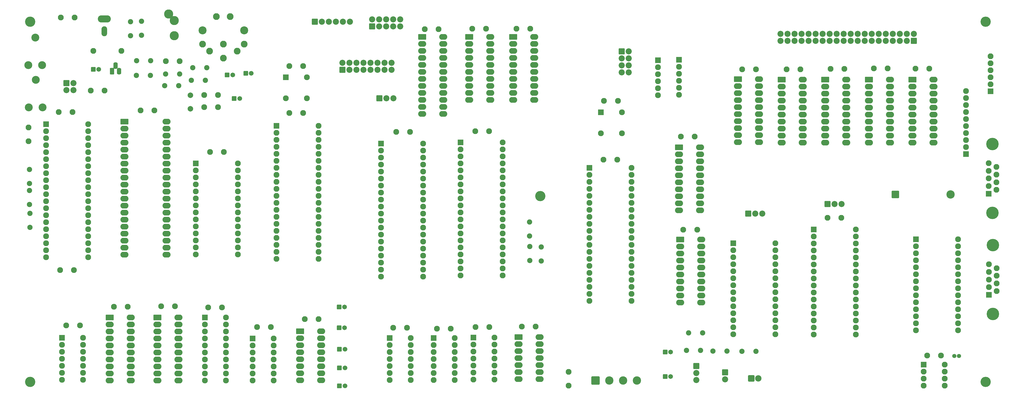
<source format=gts>
G04 #@! TF.GenerationSoftware,KiCad,Pcbnew,(6.0.6)*
G04 #@! TF.CreationDate,2022-08-01T08:11:52-05:00*
G04 #@! TF.ProjectId,we816,77653831-362e-46b6-9963-61645f706362,rev?*
G04 #@! TF.SameCoordinates,Original*
G04 #@! TF.FileFunction,Soldermask,Top*
G04 #@! TF.FilePolarity,Negative*
%FSLAX46Y46*%
G04 Gerber Fmt 4.6, Leading zero omitted, Abs format (unit mm)*
G04 Created by KiCad (PCBNEW (6.0.6)) date 2022-08-01 08:11:52*
%MOMM*%
%LPD*%
G01*
G04 APERTURE LIST*
G04 Aperture macros list*
%AMRoundRect*
0 Rectangle with rounded corners*
0 $1 Rounding radius*
0 $2 $3 $4 $5 $6 $7 $8 $9 X,Y pos of 4 corners*
0 Add a 4 corners polygon primitive as box body*
4,1,4,$2,$3,$4,$5,$6,$7,$8,$9,$2,$3,0*
0 Add four circle primitives for the rounded corners*
1,1,$1+$1,$2,$3*
1,1,$1+$1,$4,$5*
1,1,$1+$1,$6,$7*
1,1,$1+$1,$8,$9*
0 Add four rect primitives between the rounded corners*
20,1,$1+$1,$2,$3,$4,$5,0*
20,1,$1+$1,$4,$5,$6,$7,0*
20,1,$1+$1,$6,$7,$8,$9,0*
20,1,$1+$1,$8,$9,$2,$3,0*%
G04 Aperture macros list end*
%ADD10C,2.108000*%
%ADD11RoundRect,0.254000X-0.800000X-0.800000X0.800000X-0.800000X0.800000X0.800000X-0.800000X0.800000X0*%
%ADD12O,2.108000X2.108000*%
%ADD13RoundRect,0.254000X-1.200000X-0.800000X1.200000X-0.800000X1.200000X0.800000X-1.200000X0.800000X0*%
%ADD14O,2.908000X2.108000*%
%ADD15C,4.508000*%
%ADD16RoundRect,0.254000X0.800000X-0.800000X0.800000X0.800000X-0.800000X0.800000X-0.800000X-0.800000X0*%
%ADD17RoundRect,0.254000X-0.600000X-0.600000X0.600000X-0.600000X0.600000X0.600000X-0.600000X0.600000X0*%
%ADD18C,1.708000*%
%ADD19RoundRect,0.254000X-0.900000X-0.900000X0.900000X-0.900000X0.900000X0.900000X-0.900000X0.900000X0*%
%ADD20C,2.308000*%
%ADD21RoundRect,0.254000X-0.850000X-0.850000X0.850000X-0.850000X0.850000X0.850000X-0.850000X0.850000X0*%
%ADD22O,2.208000X2.208000*%
%ADD23RoundRect,0.254000X0.850000X-0.850000X0.850000X0.850000X-0.850000X0.850000X-0.850000X-0.850000X0*%
%ADD24RoundRect,0.254000X-1.250000X-1.250000X1.250000X-1.250000X1.250000X1.250000X-1.250000X1.250000X0*%
%ADD25C,3.008000*%
%ADD26RoundRect,0.254000X-0.800000X0.800000X-0.800000X-0.800000X0.800000X-0.800000X0.800000X0.800000X0*%
%ADD27RoundRect,0.254000X-0.550000X-0.900000X0.550000X-0.900000X0.550000X0.900000X-0.550000X0.900000X0*%
%ADD28RoundRect,0.529000X-0.275000X-0.625000X0.275000X-0.625000X0.275000X0.625000X-0.275000X0.625000X0*%
%ADD29C,1.908000*%
%ADD30O,1.908000X1.908000*%
%ADD31C,2.848000*%
%ADD32C,1.508000*%
%ADD33C,2.008000*%
%ADD34C,2.908000*%
%ADD35C,2.458000*%
%ADD36O,4.708000X2.608000*%
%ADD37O,2.058000X3.608000*%
%ADD38RoundRect,0.254000X-1.085000X-1.085000X1.085000X-1.085000X1.085000X1.085000X-1.085000X1.085000X0*%
%ADD39C,3.708000*%
%ADD40C,3.308000*%
%ADD41RoundRect,0.254000X-0.850000X0.850000X-0.850000X-0.850000X0.850000X-0.850000X0.850000X0.850000X0*%
G04 APERTURE END LIST*
D10*
X245100000Y-125500000D03*
X240100000Y-125500000D03*
X184810000Y-186740000D03*
X179810000Y-186740000D03*
X102025000Y-179100000D03*
X97025000Y-179100000D03*
X274000000Y-150900000D03*
X269000000Y-150900000D03*
X295275000Y-92675000D03*
X290275000Y-92675000D03*
X227490000Y-202390000D03*
X227490000Y-207390000D03*
X169010000Y-186440000D03*
X164010000Y-186440000D03*
X198810000Y-186140000D03*
X193810000Y-186140000D03*
X215510000Y-186040000D03*
X210510000Y-186040000D03*
X198700000Y-115100000D03*
X193700000Y-115100000D03*
X97700000Y-122700000D03*
X102700000Y-122700000D03*
D11*
X92540000Y-126820000D03*
D12*
X92540000Y-129360000D03*
X92540000Y-131900000D03*
X92540000Y-134440000D03*
X92540000Y-136980000D03*
X92540000Y-139520000D03*
X92540000Y-142060000D03*
X92540000Y-144600000D03*
X92540000Y-147140000D03*
X92540000Y-149680000D03*
X92540000Y-152220000D03*
X92540000Y-154760000D03*
X92540000Y-157300000D03*
X92540000Y-159840000D03*
X107780000Y-159840000D03*
X107780000Y-157300000D03*
X107780000Y-154760000D03*
X107780000Y-152220000D03*
X107780000Y-149680000D03*
X107780000Y-147140000D03*
X107780000Y-144600000D03*
X107780000Y-142060000D03*
X107780000Y-139520000D03*
X107780000Y-136980000D03*
X107780000Y-134440000D03*
X107780000Y-131900000D03*
X107780000Y-129360000D03*
X107780000Y-126820000D03*
D13*
X66690000Y-111660000D03*
D14*
X66690000Y-114200000D03*
X66690000Y-116740000D03*
X66690000Y-119280000D03*
X66690000Y-121820000D03*
X66690000Y-124360000D03*
X66690000Y-126900000D03*
X66690000Y-129440000D03*
X66690000Y-131980000D03*
X66690000Y-134520000D03*
X66690000Y-137060000D03*
X66690000Y-139600000D03*
X66690000Y-142140000D03*
X66690000Y-144680000D03*
X66690000Y-147220000D03*
X66690000Y-149760000D03*
X66690000Y-152300000D03*
X66690000Y-154840000D03*
X66690000Y-157380000D03*
X66690000Y-159920000D03*
X81930000Y-159920000D03*
X81930000Y-157380000D03*
X81930000Y-154840000D03*
X81930000Y-152300000D03*
X81930000Y-149760000D03*
X81930000Y-147220000D03*
X81930000Y-144680000D03*
X81930000Y-142140000D03*
X81930000Y-139600000D03*
X81930000Y-137060000D03*
X81930000Y-134520000D03*
X81930000Y-131980000D03*
X81930000Y-129440000D03*
X81930000Y-126900000D03*
X81930000Y-124360000D03*
X81930000Y-121820000D03*
X81930000Y-119280000D03*
X81930000Y-116740000D03*
X81930000Y-114200000D03*
X81930000Y-111660000D03*
D11*
X121700000Y-113210000D03*
D12*
X121700000Y-115750000D03*
X121700000Y-118290000D03*
X121700000Y-120830000D03*
X121700000Y-123370000D03*
X121700000Y-125910000D03*
X121700000Y-128450000D03*
X121700000Y-130990000D03*
X121700000Y-133530000D03*
X121700000Y-136070000D03*
X121700000Y-138610000D03*
X121700000Y-141150000D03*
X121700000Y-143690000D03*
X121700000Y-146230000D03*
X121700000Y-148770000D03*
X121700000Y-151310000D03*
X121700000Y-153850000D03*
X121700000Y-156390000D03*
X121700000Y-158930000D03*
X121700000Y-161470000D03*
X136940000Y-161470000D03*
X136940000Y-158930000D03*
X136940000Y-156390000D03*
X136940000Y-153850000D03*
X136940000Y-151310000D03*
X136940000Y-148770000D03*
X136940000Y-146230000D03*
X136940000Y-143690000D03*
X136940000Y-141150000D03*
X136940000Y-138610000D03*
X136940000Y-136070000D03*
X136940000Y-133530000D03*
X136940000Y-130990000D03*
X136940000Y-128450000D03*
X136940000Y-125910000D03*
X136940000Y-123370000D03*
X136940000Y-120830000D03*
X136940000Y-118290000D03*
X136940000Y-115750000D03*
X136940000Y-113210000D03*
D15*
X381020000Y-181460000D03*
X381020000Y-156460000D03*
D16*
X379600000Y-174500000D03*
D10*
X379600000Y-171730000D03*
X379600000Y-168960000D03*
X379600000Y-166190000D03*
X379600000Y-163420000D03*
X382440000Y-173115000D03*
X382440000Y-170345000D03*
X382440000Y-167575000D03*
X382440000Y-164805000D03*
D17*
X262400000Y-204100000D03*
D18*
X264400000Y-204100000D03*
D10*
X245300000Y-104100000D03*
X240300000Y-104100000D03*
D17*
X262400000Y-195200000D03*
D18*
X264400000Y-195200000D03*
D17*
X144400000Y-178900000D03*
D18*
X146400000Y-178900000D03*
D17*
X144400000Y-186400000D03*
D18*
X146400000Y-186400000D03*
D17*
X144500000Y-201000000D03*
D18*
X146500000Y-201000000D03*
D17*
X144500000Y-194200000D03*
D18*
X146500000Y-194200000D03*
D17*
X144500000Y-207500000D03*
D18*
X146500000Y-207500000D03*
D10*
X311375000Y-92725000D03*
X306375000Y-92725000D03*
X273140000Y-117100000D03*
X268140000Y-117100000D03*
X327300000Y-92550000D03*
X322300000Y-92550000D03*
X95600000Y-106400000D03*
X100600000Y-106400000D03*
X95600000Y-102000000D03*
X100600000Y-102000000D03*
D17*
X55400000Y-92700000D03*
D18*
X57400000Y-92700000D03*
D17*
X103900000Y-94700000D03*
D18*
X105900000Y-94700000D03*
D10*
X59500000Y-100400000D03*
X54500000Y-100400000D03*
X32000000Y-113800000D03*
X32000000Y-118800000D03*
X86700000Y-89700000D03*
X81700000Y-89700000D03*
D17*
X106400000Y-103300000D03*
D18*
X108400000Y-103300000D03*
D17*
X110600000Y-94100000D03*
D18*
X112600000Y-94100000D03*
D19*
X293600000Y-204800000D03*
D20*
X296140000Y-204800000D03*
D21*
X246700000Y-86160000D03*
D22*
X249240000Y-86160000D03*
X246700000Y-88700000D03*
X249240000Y-88700000D03*
X246700000Y-91240000D03*
X249240000Y-91240000D03*
X246700000Y-93780000D03*
X249240000Y-93780000D03*
D15*
X380920000Y-119760000D03*
X380920000Y-144760000D03*
D16*
X379500000Y-137800000D03*
D10*
X379500000Y-135030000D03*
X379500000Y-132260000D03*
X379500000Y-129490000D03*
X379500000Y-126720000D03*
X382340000Y-136415000D03*
X382340000Y-133645000D03*
X382340000Y-130875000D03*
X382340000Y-128105000D03*
D23*
X145600000Y-92900000D03*
D22*
X145600000Y-90360000D03*
X148140000Y-92900000D03*
X148140000Y-90360000D03*
X150680000Y-92900000D03*
X150680000Y-90360000D03*
X153220000Y-92900000D03*
X153220000Y-90360000D03*
X155760000Y-92900000D03*
X155760000Y-90360000D03*
X158300000Y-92900000D03*
X158300000Y-90360000D03*
X160840000Y-92900000D03*
X160840000Y-90360000D03*
X163380000Y-92900000D03*
X163380000Y-90360000D03*
D21*
X273700000Y-200300000D03*
D22*
X273700000Y-202840000D03*
X273700000Y-205380000D03*
D10*
X55400000Y-86000000D03*
D12*
X65560000Y-86000000D03*
D24*
X237190000Y-205560000D03*
D25*
X242190000Y-205560000D03*
X247190000Y-205560000D03*
X252190000Y-205560000D03*
D21*
X284100000Y-202600000D03*
D22*
X284100000Y-205140000D03*
D26*
X239190000Y-108290000D03*
D10*
X239190000Y-115910000D03*
X246810000Y-115910000D03*
X246810000Y-108290000D03*
D27*
X62200000Y-93400000D03*
D28*
X63470000Y-91330000D03*
X64740000Y-93400000D03*
D29*
X275200000Y-194600000D03*
D30*
X270120000Y-194600000D03*
D29*
X284800000Y-194900000D03*
D30*
X279720000Y-194900000D03*
D29*
X295300000Y-195000000D03*
D30*
X290220000Y-195000000D03*
D29*
X213400000Y-157000000D03*
D30*
X213400000Y-162080000D03*
D29*
X72900000Y-75300000D03*
D30*
X72900000Y-80380000D03*
D29*
X68900000Y-75400000D03*
D30*
X68900000Y-80480000D03*
D29*
X76200000Y-89600000D03*
D30*
X71120000Y-89600000D03*
D29*
X76100000Y-94900000D03*
D30*
X71020000Y-94900000D03*
D29*
X32500000Y-144900000D03*
D30*
X32500000Y-149980000D03*
D29*
X32315000Y-136635000D03*
D30*
X32315000Y-141715000D03*
D29*
X96000000Y-96700000D03*
D30*
X90920000Y-96700000D03*
D29*
X96500000Y-92100000D03*
D30*
X91420000Y-92100000D03*
D29*
X86700000Y-94400000D03*
D30*
X81620000Y-94400000D03*
D29*
X86300000Y-98600000D03*
D30*
X81220000Y-98600000D03*
D29*
X217600000Y-157100000D03*
D30*
X217600000Y-162180000D03*
D29*
X213300000Y-148100000D03*
D30*
X213300000Y-153180000D03*
D26*
X267400000Y-89200000D03*
D12*
X267400000Y-91740000D03*
X267400000Y-94280000D03*
X267400000Y-96820000D03*
X267400000Y-99360000D03*
X267400000Y-101900000D03*
D16*
X380200000Y-100700000D03*
D12*
X380200000Y-98160000D03*
X380200000Y-95620000D03*
X380200000Y-93080000D03*
X380200000Y-90540000D03*
X380200000Y-88000000D03*
D16*
X371300000Y-123400000D03*
D12*
X371300000Y-120860000D03*
X371300000Y-118320000D03*
X371300000Y-115780000D03*
X371300000Y-113240000D03*
X371300000Y-110700000D03*
X371300000Y-108160000D03*
X371300000Y-105620000D03*
X371300000Y-103080000D03*
X371300000Y-100540000D03*
D31*
X36900000Y-91200000D03*
X34400000Y-81200000D03*
X31900000Y-91200000D03*
X37100000Y-106500000D03*
X34600000Y-96500000D03*
X32100000Y-106500000D03*
D11*
X193040000Y-190000000D03*
D12*
X193040000Y-192540000D03*
X193040000Y-195080000D03*
X193040000Y-197620000D03*
X193040000Y-200160000D03*
X193040000Y-202700000D03*
X193040000Y-205240000D03*
X200660000Y-205240000D03*
X200660000Y-202700000D03*
X200660000Y-200160000D03*
X200660000Y-197620000D03*
X200660000Y-195080000D03*
X200660000Y-192540000D03*
X200660000Y-190000000D03*
D11*
X235000000Y-128450000D03*
D12*
X235000000Y-130990000D03*
X235000000Y-133530000D03*
X235000000Y-136070000D03*
X235000000Y-138610000D03*
X235000000Y-141150000D03*
X235000000Y-143690000D03*
X235000000Y-146230000D03*
X235000000Y-148770000D03*
X235000000Y-151310000D03*
X235000000Y-153850000D03*
X235000000Y-156390000D03*
X235000000Y-158930000D03*
X235000000Y-161470000D03*
X235000000Y-164010000D03*
X235000000Y-166550000D03*
X235000000Y-169090000D03*
X235000000Y-171630000D03*
X235000000Y-174170000D03*
X235000000Y-176710000D03*
X250240000Y-176710000D03*
X250240000Y-174170000D03*
X250240000Y-171630000D03*
X250240000Y-169090000D03*
X250240000Y-166550000D03*
X250240000Y-164010000D03*
X250240000Y-161470000D03*
X250240000Y-158930000D03*
X250240000Y-156390000D03*
X250240000Y-153850000D03*
X250240000Y-151310000D03*
X250240000Y-148770000D03*
X250240000Y-146230000D03*
X250240000Y-143690000D03*
X250240000Y-141150000D03*
X250240000Y-138610000D03*
X250240000Y-136070000D03*
X250240000Y-133530000D03*
X250240000Y-130990000D03*
X250240000Y-128450000D03*
D13*
X209370000Y-189800000D03*
D14*
X209370000Y-192340000D03*
X209370000Y-194880000D03*
X209370000Y-197420000D03*
X209370000Y-199960000D03*
X209370000Y-202500000D03*
X209370000Y-205040000D03*
X216990000Y-205040000D03*
X216990000Y-202500000D03*
X216990000Y-199960000D03*
X216990000Y-197420000D03*
X216990000Y-194880000D03*
X216990000Y-192340000D03*
X216990000Y-189800000D03*
D13*
X267410000Y-120950000D03*
D14*
X267410000Y-123490000D03*
X267410000Y-126030000D03*
X267410000Y-128570000D03*
X267410000Y-131110000D03*
X267410000Y-133650000D03*
X267410000Y-136190000D03*
X267410000Y-138730000D03*
X267410000Y-141270000D03*
X267410000Y-143810000D03*
X275030000Y-143810000D03*
X275030000Y-141270000D03*
X275030000Y-138730000D03*
X275030000Y-136190000D03*
X275030000Y-133650000D03*
X275030000Y-131110000D03*
X275030000Y-128570000D03*
X275030000Y-126030000D03*
X275030000Y-123490000D03*
X275030000Y-120950000D03*
D13*
X267890000Y-154420000D03*
D14*
X267890000Y-156960000D03*
X267890000Y-159500000D03*
X267890000Y-162040000D03*
X267890000Y-164580000D03*
X267890000Y-167120000D03*
X267890000Y-169660000D03*
X267890000Y-172200000D03*
X267890000Y-174740000D03*
X267890000Y-177280000D03*
X275510000Y-177280000D03*
X275510000Y-174740000D03*
X275510000Y-172200000D03*
X275510000Y-169660000D03*
X275510000Y-167120000D03*
X275510000Y-164580000D03*
X275510000Y-162040000D03*
X275510000Y-159500000D03*
X275510000Y-156960000D03*
X275510000Y-154420000D03*
D13*
X130290000Y-187680000D03*
D14*
X130290000Y-190220000D03*
X130290000Y-192760000D03*
X130290000Y-195300000D03*
X130290000Y-197840000D03*
X130290000Y-200380000D03*
X130290000Y-202920000D03*
X130290000Y-205460000D03*
X137910000Y-205460000D03*
X137910000Y-202920000D03*
X137910000Y-200380000D03*
X137910000Y-197840000D03*
X137910000Y-195300000D03*
X137910000Y-192760000D03*
X137910000Y-190220000D03*
X137910000Y-187680000D03*
D13*
X351975000Y-96400000D03*
D14*
X351975000Y-98940000D03*
X351975000Y-101480000D03*
X351975000Y-104020000D03*
X351975000Y-106560000D03*
X351975000Y-109100000D03*
X351975000Y-111640000D03*
X351975000Y-114180000D03*
X351975000Y-116720000D03*
X351975000Y-119260000D03*
X359595000Y-119260000D03*
X359595000Y-116720000D03*
X359595000Y-114180000D03*
X359595000Y-111640000D03*
X359595000Y-109100000D03*
X359595000Y-106560000D03*
X359595000Y-104020000D03*
X359595000Y-101480000D03*
X359595000Y-98940000D03*
X359595000Y-96400000D03*
D13*
X336181000Y-96400000D03*
D14*
X336181000Y-98940000D03*
X336181000Y-101480000D03*
X336181000Y-104020000D03*
X336181000Y-106560000D03*
X336181000Y-109100000D03*
X336181000Y-111640000D03*
X336181000Y-114180000D03*
X336181000Y-116720000D03*
X336181000Y-119260000D03*
X343801000Y-119260000D03*
X343801000Y-116720000D03*
X343801000Y-114180000D03*
X343801000Y-111640000D03*
X343801000Y-109100000D03*
X343801000Y-106560000D03*
X343801000Y-104020000D03*
X343801000Y-101480000D03*
X343801000Y-98940000D03*
X343801000Y-96400000D03*
D13*
X320388000Y-96400000D03*
D14*
X320388000Y-98940000D03*
X320388000Y-101480000D03*
X320388000Y-104020000D03*
X320388000Y-106560000D03*
X320388000Y-109100000D03*
X320388000Y-111640000D03*
X320388000Y-114180000D03*
X320388000Y-116720000D03*
X320388000Y-119260000D03*
X328008000Y-119260000D03*
X328008000Y-116720000D03*
X328008000Y-114180000D03*
X328008000Y-111640000D03*
X328008000Y-109100000D03*
X328008000Y-106560000D03*
X328008000Y-104020000D03*
X328008000Y-101480000D03*
X328008000Y-98940000D03*
X328008000Y-96400000D03*
D13*
X304594000Y-96400000D03*
D14*
X304594000Y-98940000D03*
X304594000Y-101480000D03*
X304594000Y-104020000D03*
X304594000Y-106560000D03*
X304594000Y-109100000D03*
X304594000Y-111640000D03*
X304594000Y-114180000D03*
X304594000Y-116720000D03*
X304594000Y-119260000D03*
X312214000Y-119260000D03*
X312214000Y-116720000D03*
X312214000Y-114180000D03*
X312214000Y-111640000D03*
X312214000Y-109100000D03*
X312214000Y-106560000D03*
X312214000Y-104020000D03*
X312214000Y-101480000D03*
X312214000Y-98940000D03*
X312214000Y-96400000D03*
D11*
X38310000Y-112630000D03*
D12*
X38310000Y-115170000D03*
X38310000Y-117710000D03*
X38310000Y-120250000D03*
X38310000Y-122790000D03*
X38310000Y-125330000D03*
X38310000Y-127870000D03*
X38310000Y-130410000D03*
X38310000Y-132950000D03*
X38310000Y-135490000D03*
X38310000Y-138030000D03*
X38310000Y-140570000D03*
X38310000Y-143110000D03*
X38310000Y-145650000D03*
X38310000Y-148190000D03*
X38310000Y-150730000D03*
X38310000Y-153270000D03*
X38310000Y-155810000D03*
X38310000Y-158350000D03*
X38310000Y-160890000D03*
X53550000Y-160890000D03*
X53550000Y-158350000D03*
X53550000Y-155810000D03*
X53550000Y-153270000D03*
X53550000Y-150730000D03*
X53550000Y-148190000D03*
X53550000Y-145650000D03*
X53550000Y-143110000D03*
X53550000Y-140570000D03*
X53550000Y-138030000D03*
X53550000Y-135490000D03*
X53550000Y-132950000D03*
X53550000Y-130410000D03*
X53550000Y-127870000D03*
X53550000Y-125330000D03*
X53550000Y-122790000D03*
X53550000Y-120250000D03*
X53550000Y-117710000D03*
X53550000Y-115170000D03*
X53550000Y-112630000D03*
D32*
X367100000Y-196700000D03*
X368800000Y-196700000D03*
D33*
X90600000Y-107000000D03*
X90600000Y-102100000D03*
D10*
X137000000Y-183325000D03*
X132000000Y-183325000D03*
X72500000Y-107600000D03*
X77500000Y-107600000D03*
X126400000Y-91500000D03*
X131400000Y-91500000D03*
X43700000Y-73900000D03*
X48700000Y-73900000D03*
X85000000Y-178600000D03*
X80000000Y-178600000D03*
X42900000Y-108200000D03*
X47900000Y-108200000D03*
X126400000Y-108500000D03*
X131400000Y-108500000D03*
D23*
X321175000Y-141525000D03*
D22*
X323715000Y-141525000D03*
X326255000Y-141525000D03*
D23*
X292475000Y-145025000D03*
D22*
X295015000Y-145025000D03*
X297555000Y-145025000D03*
D10*
X326175000Y-146525000D03*
X321175000Y-146525000D03*
D11*
X287115000Y-155795000D03*
D12*
X287115000Y-158335000D03*
X287115000Y-160875000D03*
X287115000Y-163415000D03*
X287115000Y-165955000D03*
X287115000Y-168495000D03*
X287115000Y-171035000D03*
X287115000Y-173575000D03*
X287115000Y-176115000D03*
X287115000Y-178655000D03*
X287115000Y-181195000D03*
X287115000Y-183735000D03*
X287115000Y-186275000D03*
X287115000Y-188815000D03*
X302355000Y-188815000D03*
X302355000Y-186275000D03*
X302355000Y-183735000D03*
X302355000Y-181195000D03*
X302355000Y-178655000D03*
X302355000Y-176115000D03*
X302355000Y-173575000D03*
X302355000Y-171035000D03*
X302355000Y-168495000D03*
X302355000Y-165955000D03*
X302355000Y-163415000D03*
X302355000Y-160875000D03*
X302355000Y-158335000D03*
X302355000Y-155795000D03*
D11*
X316225000Y-150745000D03*
D12*
X316225000Y-153285000D03*
X316225000Y-155825000D03*
X316225000Y-158365000D03*
X316225000Y-160905000D03*
X316225000Y-163445000D03*
X316225000Y-165985000D03*
X316225000Y-168525000D03*
X316225000Y-171065000D03*
X316225000Y-173605000D03*
X316225000Y-176145000D03*
X316225000Y-178685000D03*
X316225000Y-181225000D03*
X316225000Y-183765000D03*
X316225000Y-186305000D03*
X316225000Y-188845000D03*
X331465000Y-188845000D03*
X331465000Y-186305000D03*
X331465000Y-183765000D03*
X331465000Y-181225000D03*
X331465000Y-178685000D03*
X331465000Y-176145000D03*
X331465000Y-173605000D03*
X331465000Y-171065000D03*
X331465000Y-168525000D03*
X331465000Y-165985000D03*
X331465000Y-163445000D03*
X331465000Y-160905000D03*
X331465000Y-158365000D03*
X331465000Y-155825000D03*
X331465000Y-153285000D03*
X331465000Y-150745000D03*
D10*
X180400000Y-78100000D03*
X175400000Y-78100000D03*
X213600000Y-78000000D03*
X208600000Y-78000000D03*
X197600000Y-78000000D03*
X192600000Y-78000000D03*
D13*
X207400000Y-80960000D03*
D14*
X207400000Y-83500000D03*
X207400000Y-86040000D03*
X207400000Y-88580000D03*
X207400000Y-91120000D03*
X207400000Y-93660000D03*
X207400000Y-96200000D03*
X207400000Y-98740000D03*
X207400000Y-101280000D03*
X207400000Y-103820000D03*
X215020000Y-103820000D03*
X215020000Y-101280000D03*
X215020000Y-98740000D03*
X215020000Y-96200000D03*
X215020000Y-93660000D03*
X215020000Y-91120000D03*
X215020000Y-88580000D03*
X215020000Y-86040000D03*
X215020000Y-83500000D03*
X215020000Y-80960000D03*
D13*
X174500000Y-80960000D03*
D14*
X174500000Y-83500000D03*
X174500000Y-86040000D03*
X174500000Y-88580000D03*
X174500000Y-91120000D03*
X174500000Y-93660000D03*
X174500000Y-96200000D03*
X174500000Y-98740000D03*
X174500000Y-101280000D03*
X174500000Y-103820000D03*
X174500000Y-106360000D03*
X174500000Y-108900000D03*
X182120000Y-108900000D03*
X182120000Y-106360000D03*
X182120000Y-103820000D03*
X182120000Y-101280000D03*
X182120000Y-98740000D03*
X182120000Y-96200000D03*
X182120000Y-93660000D03*
X182120000Y-91120000D03*
X182120000Y-88580000D03*
X182120000Y-86040000D03*
X182120000Y-83500000D03*
X182120000Y-80960000D03*
D13*
X191500000Y-80960000D03*
D14*
X191500000Y-83500000D03*
X191500000Y-86040000D03*
X191500000Y-88580000D03*
X191500000Y-91120000D03*
X191500000Y-93660000D03*
X191500000Y-96200000D03*
X191500000Y-98740000D03*
X191500000Y-101280000D03*
X191500000Y-103820000D03*
X199120000Y-103820000D03*
X199120000Y-101280000D03*
X199120000Y-98740000D03*
X199120000Y-96200000D03*
X199120000Y-93660000D03*
X199120000Y-91120000D03*
X199120000Y-88580000D03*
X199120000Y-86040000D03*
X199120000Y-83500000D03*
X199120000Y-80960000D03*
D10*
X170100000Y-115400000D03*
X165100000Y-115400000D03*
D11*
X159610000Y-119630000D03*
D12*
X159610000Y-122170000D03*
X159610000Y-124710000D03*
X159610000Y-127250000D03*
X159610000Y-129790000D03*
X159610000Y-132330000D03*
X159610000Y-134870000D03*
X159610000Y-137410000D03*
X159610000Y-139950000D03*
X159610000Y-142490000D03*
X159610000Y-145030000D03*
X159610000Y-147570000D03*
X159610000Y-150110000D03*
X159610000Y-152650000D03*
X159610000Y-155190000D03*
X159610000Y-157730000D03*
X159610000Y-160270000D03*
X159610000Y-162810000D03*
X159610000Y-165350000D03*
X159610000Y-167890000D03*
X174850000Y-167890000D03*
X174850000Y-165350000D03*
X174850000Y-162810000D03*
X174850000Y-160270000D03*
X174850000Y-157730000D03*
X174850000Y-155190000D03*
X174850000Y-152650000D03*
X174850000Y-150110000D03*
X174850000Y-147570000D03*
X174850000Y-145030000D03*
X174850000Y-142490000D03*
X174850000Y-139950000D03*
X174850000Y-137410000D03*
X174850000Y-134870000D03*
X174850000Y-132330000D03*
X174850000Y-129790000D03*
X174850000Y-127250000D03*
X174850000Y-124710000D03*
X174850000Y-122170000D03*
X174850000Y-119630000D03*
D11*
X188380000Y-119240000D03*
D12*
X188380000Y-121780000D03*
X188380000Y-124320000D03*
X188380000Y-126860000D03*
X188380000Y-129400000D03*
X188380000Y-131940000D03*
X188380000Y-134480000D03*
X188380000Y-137020000D03*
X188380000Y-139560000D03*
X188380000Y-142100000D03*
X188380000Y-144640000D03*
X188380000Y-147180000D03*
X188380000Y-149720000D03*
X188380000Y-152260000D03*
X188380000Y-154800000D03*
X188380000Y-157340000D03*
X188380000Y-159880000D03*
X188380000Y-162420000D03*
X188380000Y-164960000D03*
X188380000Y-167500000D03*
X203620000Y-167500000D03*
X203620000Y-164960000D03*
X203620000Y-162420000D03*
X203620000Y-159880000D03*
X203620000Y-157340000D03*
X203620000Y-154800000D03*
X203620000Y-152260000D03*
X203620000Y-149720000D03*
X203620000Y-147180000D03*
X203620000Y-144640000D03*
X203620000Y-142100000D03*
X203620000Y-139560000D03*
X203620000Y-137020000D03*
X203620000Y-134480000D03*
X203620000Y-131940000D03*
X203620000Y-129400000D03*
X203620000Y-126860000D03*
X203620000Y-124320000D03*
X203620000Y-121780000D03*
X203620000Y-119240000D03*
D11*
X95826700Y-182730000D03*
D12*
X95826700Y-185270000D03*
X95826700Y-187810000D03*
X95826700Y-190350000D03*
X95826700Y-192890000D03*
X95826700Y-195430000D03*
X95826700Y-197970000D03*
X95826700Y-200510000D03*
X95826700Y-203050000D03*
X95826700Y-205590000D03*
X103446700Y-205590000D03*
X103446700Y-203050000D03*
X103446700Y-200510000D03*
X103446700Y-197970000D03*
X103446700Y-195430000D03*
X103446700Y-192890000D03*
X103446700Y-190350000D03*
X103446700Y-187810000D03*
X103446700Y-185270000D03*
X103446700Y-182730000D03*
D13*
X78595000Y-182730000D03*
D14*
X78595000Y-185270000D03*
X78595000Y-187810000D03*
X78595000Y-190350000D03*
X78595000Y-192890000D03*
X78595000Y-195430000D03*
X78595000Y-197970000D03*
X78595000Y-200510000D03*
X78595000Y-203050000D03*
X78595000Y-205590000D03*
X86215000Y-205590000D03*
X86215000Y-203050000D03*
X86215000Y-200510000D03*
X86215000Y-197970000D03*
X86215000Y-195430000D03*
X86215000Y-192890000D03*
X86215000Y-190350000D03*
X86215000Y-187810000D03*
X86215000Y-185270000D03*
X86215000Y-182730000D03*
D13*
X61363300Y-182730000D03*
D14*
X61363300Y-185270000D03*
X61363300Y-187810000D03*
X61363300Y-190350000D03*
X61363300Y-192890000D03*
X61363300Y-195430000D03*
X61363300Y-197970000D03*
X61363300Y-200510000D03*
X61363300Y-203050000D03*
X61363300Y-205590000D03*
X68983300Y-205590000D03*
X68983300Y-203050000D03*
X68983300Y-200510000D03*
X68983300Y-197970000D03*
X68983300Y-195430000D03*
X68983300Y-192890000D03*
X68983300Y-190350000D03*
X68983300Y-187810000D03*
X68983300Y-185270000D03*
X68983300Y-182730000D03*
D10*
X114675000Y-186200000D03*
X119675000Y-186200000D03*
D11*
X356000000Y-199800000D03*
D12*
X356000000Y-202340000D03*
X356000000Y-204880000D03*
X356000000Y-207420000D03*
X363620000Y-207420000D03*
X363620000Y-204880000D03*
X363620000Y-202340000D03*
X363620000Y-199800000D03*
D10*
X362300000Y-196500000D03*
X357300000Y-196500000D03*
X342925000Y-92350000D03*
X337925000Y-92350000D03*
X358000000Y-92475000D03*
X353000000Y-92475000D03*
D26*
X259800000Y-89400000D03*
D12*
X259800000Y-91940000D03*
X259800000Y-94480000D03*
X259800000Y-97020000D03*
X259800000Y-99560000D03*
X259800000Y-102100000D03*
D34*
X110000000Y-78600000D03*
X95000000Y-78600000D03*
D35*
X95000000Y-83600000D03*
X97500000Y-86100000D03*
X102500000Y-83600000D03*
X107500000Y-86100000D03*
X110000000Y-83600000D03*
X102500000Y-88600000D03*
X105000000Y-73600000D03*
X100000000Y-73600000D03*
D21*
X45700000Y-97700000D03*
D22*
X48240000Y-97700000D03*
X45700000Y-100240000D03*
X48240000Y-100240000D03*
D29*
X32300000Y-129000000D03*
D30*
X32300000Y-134080000D03*
D36*
X59400000Y-74400000D03*
D37*
X59400000Y-78900000D03*
D25*
X365725000Y-138075000D03*
D38*
X345725000Y-138075000D03*
D39*
X32600000Y-75400000D03*
X32600000Y-206100000D03*
X217200000Y-138700000D03*
X378400000Y-75400000D03*
X378400000Y-206100000D03*
D23*
X158990000Y-103190000D03*
D22*
X161530000Y-103190000D03*
X164070000Y-103190000D03*
D11*
X113058000Y-190320000D03*
D12*
X113058000Y-192860000D03*
X113058000Y-195400000D03*
X113058000Y-197940000D03*
X113058000Y-200480000D03*
X113058000Y-203020000D03*
X113058000Y-205560000D03*
X120678000Y-205560000D03*
X120678000Y-203020000D03*
X120678000Y-200480000D03*
X120678000Y-197940000D03*
X120678000Y-195400000D03*
X120678000Y-192860000D03*
X120678000Y-190320000D03*
D11*
X162720000Y-190190000D03*
D12*
X162720000Y-192730000D03*
X162720000Y-195270000D03*
X162720000Y-197810000D03*
X162720000Y-200350000D03*
X162720000Y-202890000D03*
X162720000Y-205430000D03*
X170340000Y-205430000D03*
X170340000Y-202890000D03*
X170340000Y-200350000D03*
X170340000Y-197810000D03*
X170340000Y-195270000D03*
X170340000Y-192730000D03*
X170340000Y-190190000D03*
D11*
X178600000Y-190160000D03*
D12*
X178600000Y-192700000D03*
X178600000Y-195240000D03*
X178600000Y-197780000D03*
X178600000Y-200320000D03*
X178600000Y-202860000D03*
X178600000Y-205400000D03*
X186220000Y-205400000D03*
X186220000Y-202860000D03*
X186220000Y-200320000D03*
X186220000Y-197780000D03*
X186220000Y-195240000D03*
X186220000Y-192700000D03*
X186220000Y-190160000D03*
D40*
X84700000Y-80500000D03*
X82700000Y-72600000D03*
X84700000Y-75000000D03*
D29*
X270870000Y-188300000D03*
D30*
X275950000Y-188300000D03*
D11*
X353240000Y-154310000D03*
D12*
X353240000Y-156850000D03*
X353240000Y-159390000D03*
X353240000Y-161930000D03*
X353240000Y-164470000D03*
X353240000Y-167010000D03*
X353240000Y-169550000D03*
X353240000Y-172090000D03*
X353240000Y-174630000D03*
X353240000Y-177170000D03*
X353240000Y-179710000D03*
X353240000Y-182250000D03*
X353240000Y-184790000D03*
X353240000Y-187330000D03*
X368480000Y-187330000D03*
X368480000Y-184790000D03*
X368480000Y-182250000D03*
X368480000Y-179710000D03*
X368480000Y-177170000D03*
X368480000Y-174630000D03*
X368480000Y-172090000D03*
X368480000Y-169550000D03*
X368480000Y-167010000D03*
X368480000Y-164470000D03*
X368480000Y-161930000D03*
X368480000Y-159390000D03*
X368480000Y-156850000D03*
X368480000Y-154310000D03*
D41*
X352450000Y-82350000D03*
D22*
X352450000Y-79810000D03*
X349910000Y-82350000D03*
X349910000Y-79810000D03*
X347370000Y-82350000D03*
X347370000Y-79810000D03*
X344830000Y-82350000D03*
X344830000Y-79810000D03*
X342290000Y-82350000D03*
X342290000Y-79810000D03*
X339750000Y-82350000D03*
X339750000Y-79810000D03*
X337210000Y-82350000D03*
X337210000Y-79810000D03*
X334670000Y-82350000D03*
X334670000Y-79810000D03*
X332130000Y-82350000D03*
X332130000Y-79810000D03*
X329590000Y-82350000D03*
X329590000Y-79810000D03*
X327050000Y-82350000D03*
X327050000Y-79810000D03*
X324510000Y-82350000D03*
X324510000Y-79810000D03*
X321970000Y-82350000D03*
X321970000Y-79810000D03*
X319430000Y-82350000D03*
X319430000Y-79810000D03*
X316890000Y-82350000D03*
X316890000Y-79810000D03*
X314350000Y-82350000D03*
X314350000Y-79810000D03*
X311810000Y-82350000D03*
X311810000Y-79810000D03*
X309270000Y-82350000D03*
X309270000Y-79810000D03*
X306730000Y-82350000D03*
X306730000Y-79810000D03*
X304190000Y-82350000D03*
X304190000Y-79810000D03*
D10*
X50625000Y-185600000D03*
X45625000Y-185600000D03*
X67875000Y-178850000D03*
X62875000Y-178850000D03*
D13*
X288800000Y-96300000D03*
D14*
X288800000Y-98840000D03*
X288800000Y-101380000D03*
X288800000Y-103920000D03*
X288800000Y-106460000D03*
X288800000Y-109000000D03*
X288800000Y-111540000D03*
X288800000Y-114080000D03*
X288800000Y-116620000D03*
X288800000Y-119160000D03*
X296420000Y-119160000D03*
X296420000Y-116620000D03*
X296420000Y-114080000D03*
X296420000Y-111540000D03*
X296420000Y-109000000D03*
X296420000Y-106460000D03*
X296420000Y-103920000D03*
X296420000Y-101380000D03*
X296420000Y-98840000D03*
X296420000Y-96300000D03*
D10*
X43400000Y-165500000D03*
X48400000Y-165500000D03*
D23*
X156325000Y-77100000D03*
D22*
X156325000Y-74560000D03*
X158865000Y-77100000D03*
X158865000Y-74560000D03*
X161405000Y-77100000D03*
X161405000Y-74560000D03*
X163945000Y-77100000D03*
X163945000Y-74560000D03*
X166485000Y-77100000D03*
X166485000Y-74560000D03*
D26*
X125090000Y-95590000D03*
D10*
X125090000Y-103210000D03*
X132710000Y-103210000D03*
X132710000Y-95590000D03*
D23*
X135600000Y-75400000D03*
D22*
X138140000Y-75400000D03*
X140680000Y-75400000D03*
X143220000Y-75400000D03*
X145760000Y-75400000D03*
X148300000Y-75400000D03*
D11*
X44100000Y-190100000D03*
D12*
X44100000Y-192640000D03*
X44100000Y-195180000D03*
X44100000Y-197720000D03*
X44100000Y-200260000D03*
X44100000Y-202800000D03*
X44100000Y-205340000D03*
X51720000Y-205340000D03*
X51720000Y-202800000D03*
X51720000Y-200260000D03*
X51720000Y-197720000D03*
X51720000Y-195180000D03*
X51720000Y-192640000D03*
X51720000Y-190100000D03*
M02*

</source>
